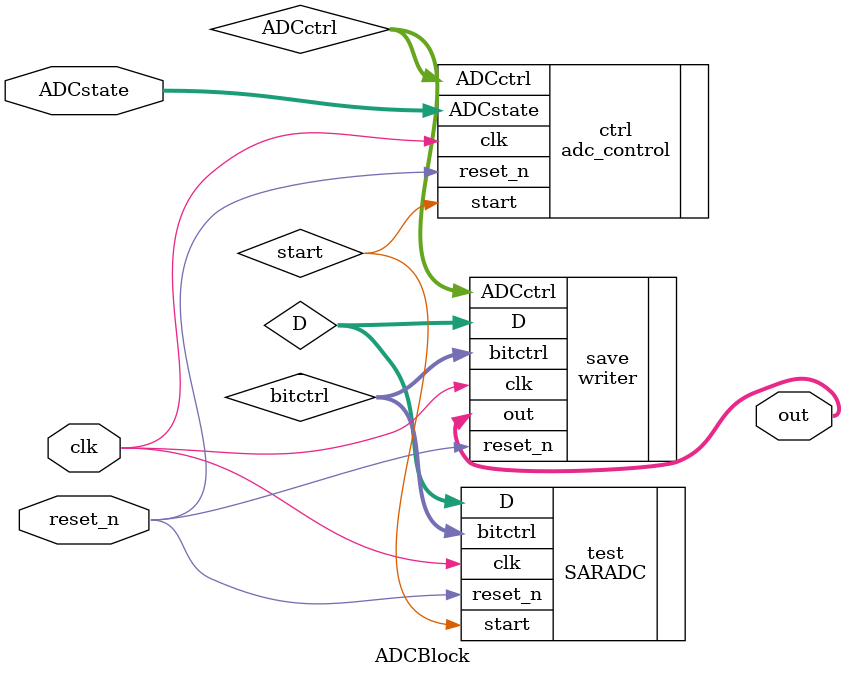
<source format=v>
`timescale 1ns / 1ps


module ADCBlock(
    input clk,
    input reset_n,
    input [2:0] ADCstate,
    output [79:0] out
    );
    
    wire [7:0] ADCctrl;  //which ADC is active
    wire start; //start bit to begin reading
    wire [9:0] D; //bit from SAR ADC
    wire [9:0] bitctrl; //which bit is being read
    
    adc_control ctrl (
    .clk(clk),
    .ADCstate(ADCstate),
    .reset_n(reset_n),
    .ADCctrl(ADCctrl),
    .start(start)
    );
    
    SARADC test (
    .clk(clk),
    .start(start),
    .reset_n(reset_n),
    .D(D),
    .bitctrl(bitctrl)
    );
    
    writer save (
    .clk(clk),
    .reset_n(reset_n),
    .ADCctrl(ADCctrl),
    .D(D),
    .bitctrl(bitctrl),
    .out(out)
    );
    

    
endmodule

</source>
